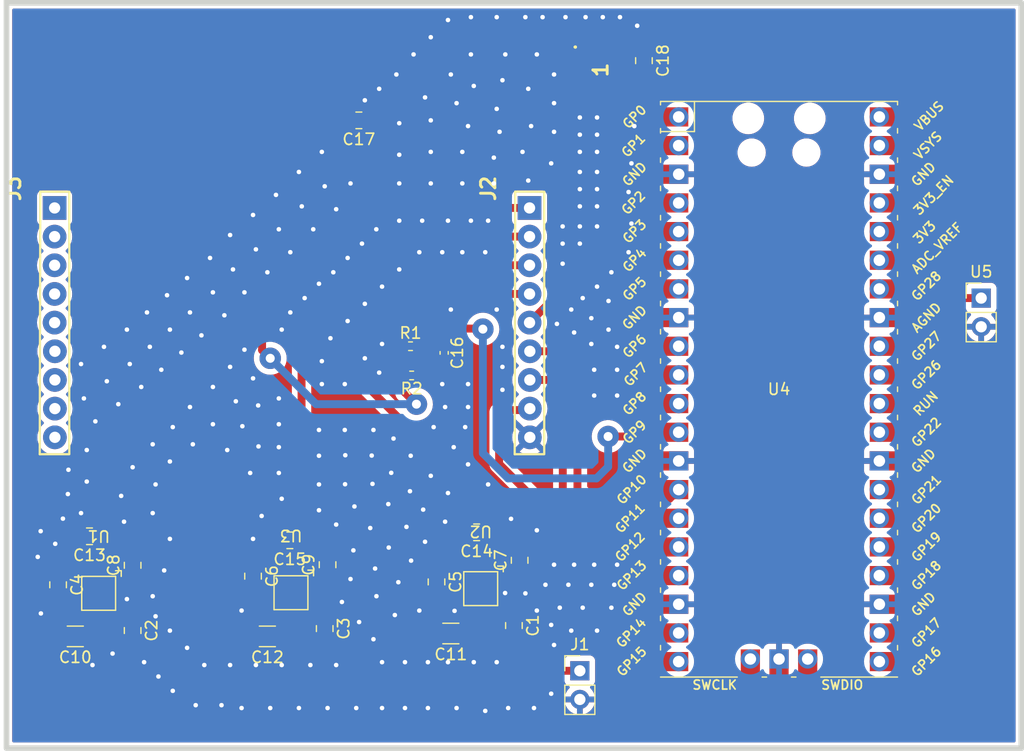
<source format=kicad_pcb>
(kicad_pcb (version 20211014) (generator pcbnew)
  (layers (0 "F.Cu" signal) (31 "B.Cu" signal) (34 "B.Paste" user) (35 "F.Paste" user) (36 "B.SilkS" user "B.Silkscreen") (37 "F.SilkS" user "F.Silkscreen") (38 "B.Mask" user) (39 "F.Mask" user) (44 "Edge.Cuts" user))
  (net 0 "")
  (net 1 "/6V")
  (net 2 "GND")
  (net 3 "Net-(C4-Pad1)")
  (net 4 "Net-(C5-Pad1)")
  (net 5 "Net-(C6-Pad1)")
  (net 6 "Net-(C7-Pad1)")
  (net 7 "Net-(C8-Pad1)")
  (net 8 "Net-(C9-Pad1)")
  (net 9 "Net-(C10-Pad1)")
  (net 10 "Net-(C11-Pad1)")
  (net 11 "Net-(C12-Pad1)")
  (net 12 "/3.3V_a")
  (net 13 "/5.0V")
  (net 14 "/3.3V_d")
  (net 15 "Net-(C16-Pad1)")
  (net 16 "/MUXOUT")
  (net 17 "/REFIN_A")
  (net 18 "/LE")
  (net 19 "/DATA")
  (net 20 "/CLK")
  (net 51 "Net-(U4-Pad34)")
  (footprint "Capacitor_SMD:C_0805_2012Metric_Pad1.18x1.45mm_HandSolder" (layer "F.Cu") (at 136.906 113.61 -90)
    (fp_text reference "C3")
    (fp_text value "10u")
  )
  (footprint "header_microwave:header_microwave" (layer "F.Cu") (at 155.08 76.34)
    (fp_text reference "J2")
    (fp_text value "Conn_01x09" hide)
  )
  (footprint "Capacitor_SMD:C_0805_2012Metric_Pad1.18x1.45mm_HandSolder" (layer "F.Cu") (at 137.16 107.95 90)
    (fp_text reference "C9")
    (fp_text value "10u")
  )
  (footprint "ADM7150:ADM7150" (layer "F.Cu") (at 150.7375 110.08175 180)
    (fp_text reference "U2")
    (fp_text value "ADM7150")
  )
  (footprint "Capacitor_SMD:C_0805_2012Metric_Pad1.18x1.45mm_HandSolder" (layer "F.Cu") (at 139.9325 68.58 180)
    (fp_text reference "C17")
    (fp_text value "10u")
  )
  (footprint "Resistor_SMD:R_0402_1005Metric_Pad0.72x0.64mm_HandSolder" (layer "F.Cu") (at 144.51 88.5925)
    (fp_text reference "R1")
    (fp_text value "1.3k")
  )
  (footprint "Capacitor_SMD:C_0805_2012Metric_Pad1.18x1.45mm_HandSolder" (layer "F.Cu") (at 154.178 107.56 90)
    (fp_text reference "C7")
    (fp_text value "10u")
  )
  (footprint "Capacitor_SMD:C_0805_2012Metric_Pad1.18x1.45mm_HandSolder" (layer "F.Cu") (at 133.8175 105.79 180)
    (fp_text reference "C15")
    (fp_text value "10u")
  )
  (footprint "header_microwave:header_microwave" (layer "F.Cu") (at 113 76.34)
    (fp_text reference "J3")
    (fp_text value "Conn_01x09" hide)
  )
  (footprint "Oscillatore_100MHz:SiT5157AIFK33N0100000000X" (layer "F.Cu") (at 161.36 64.11 -90)
    (fp_text reference "1")
    (fp_text value "SiT5157AI-FK-33N0-100.000000X" hide)
  )
  (footprint "Capacitor_SMD:C_0805_2012Metric_Pad1.18x1.45mm_HandSolder" (layer "F.Cu") (at 153.67 113.34 -90)
    (fp_text reference "C1")
    (fp_text value "10u")
  )
  (footprint "Capacitor_SMD:C_0805_2012Metric_Pad1.18x1.45mm_HandSolder" (layer "F.Cu") (at 146.812 109.474 -90)
    (fp_text reference "C5")
    (fp_text value "10u")
  )
  (footprint "Capacitor_SMD:C_0402_1005Metric_Pad0.74x0.62mm_HandSolder" (layer "F.Cu") (at 147.49 89.1825 -90)
    (fp_text reference "C16")
    (fp_text value "39n")
  )
  (footprint "Capacitor_SMD:C_1206_3216Metric_Pad1.33x1.80mm_HandSolder" (layer "F.Cu") (at 148.082 114.046 180)
    (fp_text reference "C11")
    (fp_text value "1u")
  )
  (footprint "Capacitor_SMD:C_0805_2012Metric_Pad1.18x1.45mm_HandSolder" (layer "F.Cu") (at 150.368 105.08 180)
    (fp_text reference "C14")
    (fp_text value "10u")
  )
  (footprint "Capacitor_SMD:C_0805_2012Metric_Pad1.18x1.45mm_HandSolder" (layer "F.Cu") (at 116.065 105.4325 180)
    (fp_text reference "C13")
    (fp_text value "10u")
  )
  (footprint "Capacitor_SMD:C_0805_2012Metric_Pad1.18x1.45mm_HandSolder" (layer "F.Cu") (at 119.888 113.7825 -90)
    (fp_text reference "C2")
    (fp_text value "10u")
  )
  (footprint "Resistor_SMD:R_0402_1005Metric_Pad0.72x0.64mm_HandSolder" (layer "F.Cu") (at 144.61 91.1825 180)
    (fp_text reference "R2")
    (fp_text value "10k")
  )
  (footprint "Capacitor_SMD:C_1206_3216Metric_Pad1.33x1.80mm_HandSolder" (layer "F.Cu") (at 114.808 114.3 180)
    (fp_text reference "C10")
    (fp_text value "1u")
  )
  (footprint "Capacitor_SMD:C_0805_2012Metric_Pad1.18x1.45mm_HandSolder" (layer "F.Cu") (at 165.19 63.29 -90)
    (fp_text reference "C18")
    (fp_text value "0.1u")
  )
  (footprint "ADM7150:ADM7150" (layer "F.Cu") (at 133.9275 110.44175 180)
    (fp_text reference "U3")
    (fp_text value "ADM7150")
  )
  (footprint "Capacitor_SMD:C_0805_2012Metric_Pad1.18x1.45mm_HandSolder" (layer "F.Cu") (at 113.284 109.728 -90)
    (fp_text reference "C4")
    (fp_text value "10u")
  )
  (footprint "Capacitor_SMD:C_0805_2012Metric_Pad1.18x1.45mm_HandSolder" (layer "F.Cu") (at 119.888 108.0025 90)
    (fp_text reference "C8")
    (fp_text value "10u")
  )
  (footprint "ADM7150:ADM7150" (layer "F.Cu") (at 116.8875 110.49425 180)
    (fp_text reference "U1")
    (fp_text value "ADM7150")
  )
  (footprint "Raspberry_Pi_Pico:RPi_Pico_SMD_TH" (layer "F.Cu") (at 177.16 92.405)
    (fp_text reference "U4")
    (fp_text value "Pico")
  )
  (footprint "Connector_PinHeader_2.54mm:PinHeader_1x02_P2.54mm_Vertical" (layer "F.Cu") (at 195.072 84.328)
    (fp_text reference "U5")
    (fp_text value "V_riv")
  )
  (footprint "Connector_PinHeader_2.54mm:PinHeader_1x02_P2.54mm_Vertical" (layer "F.Cu") (at 159.512 117.348)
    (fp_text reference "J1")
    (fp_text value "6V")
  )
  (footprint "Capacitor_SMD:C_0805_2012Metric_Pad1.18x1.45mm_HandSolder" (layer "F.Cu") (at 130.556 108.966 -90)
    (fp_text reference "C6")
    (fp_text value "10u")
  )
  (footprint "Capacitor_SMD:C_1206_3216Metric_Pad1.33x1.80mm_HandSolder" (layer "F.Cu") (at 131.826 114.3 180)
    (fp_text reference "C12")
    (fp_text value "1u")
  )
  (gr_rect (start 108.712 58.166) (end 198.628 124.206) (layer "Edge.Cuts") (width 0.5) (fill none))
  (segment (start 151.1475 111.7775) (end 151.1475 111.76) (width 0.7) (layer "F.Cu") (net 1))
  (segment (start 119.888 112.745) (end 118.35825 112.745) (width 0.7) (layer "F.Cu") (net 1))
  (segment (start 151.6725 112.3025) (end 151.1475 111.7775) (width 0.7) (layer "F.Cu") (net 1))
  (segment (start 118.35825 112.745) (end 117.5975 111.98425) (width 0.7) (layer "F.Cu") (net 1))
  (segment (start 125.762 118.619) (end 119.888 112.745) (width 0.7) (layer "F.Cu") (net 1))
  (segment (start 151.1475 111.76) (end 151.33575 111.57175) (width 0.7) (layer "F.Cu") (net 1))
  (segment (start 139.955 118.619) (end 154.939 118.619) (width 0.7) (layer "F.Cu") (net 1))
  (segment (start 135.27825 112.5725) (end 134.6375 111.93175) (width 0.7) (layer "F.Cu") (net 1))
  (segment (start 117.0975 111.98425) (end 117.5975 111.98425) (width 0.25) (layer "F.Cu") (net 1))
  (segment (start 150.9475 111.57175) (end 151.4475 111.57175) (width 0.25) (layer "F.Cu") (net 1))
  (segment (start 136.906 112.5725) (end 135.27825 112.5725) (width 0.7) (layer "F.Cu") (net 1))
  (segment (start 155.702 117.856) (end 155.702 117.348) (width 0.7) (layer "F.Cu") (net 1))
  (segment (start 154.939 118.619) (end 155.702 117.856) (width 0.7) (layer "F.Cu") (net 1))
  (segment (start 153.67 112.3025) (end 151.6725 112.3025) (width 0.7) (layer "F.Cu") (net 1))
  (segment (start 139.955 118.619) (end 125.762 118.619) (width 0.7) (layer "F.Cu") (net 1))
  (segment (start 155.702 117.348) (end 155.702 114.3345) (width 0.7) (layer "F.Cu") (net 1))
  (segment (start 159.512 117.348) (end 155.702 117.348) (width 0.7) (layer "F.Cu") (net 1))
  (segment (start 155.702 114.3345) (end 153.67 112.3025) (width 0.7) (layer "F.Cu") (net 1))
  (segment (start 151.33575 111.57175) (end 151.4475 111.57175) (width 0.7) (layer "F.Cu") (net 1))
  (segment (start 134.1375 111.93175) (end 134.6375 111.93175) (width 0.25) (layer "F.Cu") (net 1))
  (segment (start 139.955 118.619) (end 139.955 115.6215) (width 0.7) (layer "F.Cu") (net 1))
  (segment (start 139.955 115.6215) (end 136.906 112.5725) (width 0.7) (layer "F.Cu") (net 1))
  (segment (start 116.0975 108.98425) (end 116.0975 109.70425) (width 0.25) (layer "F.Cu") (net 2))
  (segment (start 149.9475 108.57175) (end 149.9475 109.29175) (width 0.25) (layer "F.Cu") (net 2))
  (segment (start 149.9475 109.29175) (end 150.6975 110.04175) (width 0.25) (layer "F.Cu") (net 2))
  (segment (start 116.0975 109.70425) (end 116.8475 110.45425) (width 0.25) (layer "F.Cu") (net 2))
  (segment (start 133.1375 108.93175) (end 133.1375 109.65175) (width 0.25) (layer "F.Cu") (net 2))
  (segment (start 133.1375 109.65175) (end 133.8875 110.40175) (width 0.25) (layer "F.Cu") (net 2))
  (segment (start 115.0275 105.4325) (end 115.1525 105.4325) (width 0.7) (layer "F.Cu") (net 2))
  (via (at 146.304 61.214) (size 0.8) (drill 0.4) (layers "F.Cu" "B.Cu") (net 2))
  (via (at 128.524 78.74) (size 0.8) (drill 0.4) (layers "F.Cu" "B.Cu") (net 2))
  (via (at 148.59 120.65) (size 0.8) (drill 0.4) (layers "F.Cu" "B.Cu") (net 2))
  (via (at 122.428 90.678) (size 0.8) (drill 0.4) (layers "F.Cu" "B.Cu") (net 2))
  (via (at 147.574 93.98) (size 0.8) (drill 0.4) (layers "F.Cu" "B.Cu") (net 2))
  (via (at 149.606 69.088) (size 0.8) (drill 0.4) (layers "F.Cu" "B.Cu") (net 2))
  (via (at 163.83 80.264) (size 0.8) (drill 0.4) (layers "F.Cu" "B.Cu") (net 2))
  (via (at 149.606 99.06) (size 0.8) (drill 0.4) (layers "F.Cu" "B.Cu") (net 2))
  (via (at 144.526 98.298) (size 0.8) (drill 0.4) (layers "F.Cu" "B.Cu") (net 2))
  (via (at 124.714 115.316) (size 0.8) (drill 0.4) (layers "F.Cu" "B.Cu") (net 2))
  (via (at 139.54 102.79) (size 0.8) (drill 0.4) (layers "F.Cu" "B.Cu") (net 2))
  (via (at 137.414 87.884) (size 0.8) (drill 0.4) (layers "F.Cu" "B.Cu") (net 2))
  (via (at 141.986 120.65) (size 0.8) (drill 0.4) (layers "F.Cu" "B.Cu") (net 2))
  (via (at 149.352 95.758) (size 0.8) (drill 0.4) (layers "F.Cu" "B.Cu") (net 2))
  (via (at 129.61 95.68) (size 0.8) (drill 0.4) (layers "F.Cu" "B.Cu") (net 2))
  (via (at 143.51 71.628) (size 0.8) (drill 0.4) (layers "F.Cu" "B.Cu") (net 2))
  (via (at 149.098 74.168) (size 0.8) (drill 0.4) (layers "F.Cu" "B.Cu") (net 2))
  (via (at 151.384 100.838) (size 0.8) (drill 0.4) (layers "F.Cu" "B.Cu") (net 2))
  (via (at 138.938 80.772) (size 0.8) (drill 0.4) (layers "F.Cu" "B.Cu") (net 2))
  (via (at 154.686 110.49) (size 0.8) (drill 0.4) (layers "F.Cu" "B.Cu") (net 2))
  (via (at 141.986 88.392) (size 0.8) (drill 0.4) (layers "F.Cu" "B.Cu") (net 2))
  (via (at 123.444 119.126) (size 0.8) (drill 0.4) (layers "F.Cu" "B.Cu") (net 2))
  (via (at 118.872 101.854) (size 0.8) (drill 0.4) (layers "F.Cu" "B.Cu") (net 2))
  (via (at 151.892 74.168) (size 0.8) (drill 0.4) (layers "F.Cu" "B.Cu") (net 2))
  (via (at 145.63 103.07) (size 0.8) (drill 0.4) (layers "F.Cu" "B.Cu") (net 2))
  (via (at 136.398 83.058) (size 0.8) (drill 0.4) (layers "F.Cu" "B.Cu") (net 2))
  (via (at 156.972 113.284) (size 0.8) (drill 0.4) (layers "F.Cu" "B.Cu") (net 2))
  (via (at 148.082 64.516) (size 0.8) (drill 0.4) (layers "F.Cu" "B.Cu") (net 2))
  (via (at 161.544 59.436) (size 0.8) (drill 0.4) (layers "F.Cu" "B.Cu") (net 2))
  (via (at 158.242 59.436) (size 0.8) (drill 0.4) (layers "F.Cu" "B.Cu") (net 2))
  (via (at 114.15 101.69) (size 0.8) (drill 0.4) (layers "F.Cu" "B.Cu") (net 2))
  (via (at 120.65 92.202) (size 0.8) (drill 0.4) (layers "F.Cu" "B.Cu") (net 2))
  (via (at 143.43 109.5) (size 0.8) (drill 0.4) (layers "F.Cu" "B.Cu") (net 2))
  (via (at 157.988 79.502) (size 0.8) (drill 0.4) (layers "F.Cu" "B.Cu") (net 2))
  (via (at 139.192 109.22) (size 0.8) (drill 0.4) (layers "F.Cu" "B.Cu") (net 2))
  (via (at 161.036 68.326) (size 0.8) (drill 0.4) (layers "F.Cu" "B.Cu") (net 2))
  (via (at 141.224 114.554) (size 0.8) (drill 0.4) (layers "F.Cu" "B.Cu") (net 2))
  (via (at 111.74 104.98) (size 0.8) (drill 0.4) (layers "F.Cu" "B.Cu") (net 2))
  (via (at 149.86 77.47) (size 0.8) (drill 0.4) (layers "F.Cu" "B.Cu") (net 2))
  (via (at 115.316 103.378) (size 0.8) (drill 0.4) (layers "F.Cu" "B.Cu") (net 2))
  (via (at 141.478 78.232) (size 0.8) (drill 0.4) (layers "F.Cu" "B.Cu") (net 2))
  (via (at 115.824 97.79) (size 0.8) (drill 0.4) (layers "F.Cu" "B.Cu") (net 2))
  (via (at 151.892 71.882) (size 0.8) (drill 0.4) (layers "F.Cu" "B.Cu") (net 2))
  (via (at 160.528 109.728) (size 0.8) (drill 0.4) (layers "F.Cu" "B.Cu") (net 2))
  (via (at 129.794 83.82) (size 0.8) (drill 0.4) (layers "F.Cu" "B.Cu") (net 2))
  (via (at 152.89 110.46) (size 0.8) (drill 0.4) (layers "F.Cu" "B.Cu") (net 2))
  (via (at 129.54 112.014) (size 0.8) (drill 0.4) (layers "F.Cu" "B.Cu") (net 2))
  (via (at 159.512 76.2) (size 0.8) (drill 0.4) (layers "F.Cu" "B.Cu") (net 2))
  (via (at 154.94 65.786) (size 0.8) (drill 0.4) (layers "F.Cu" "B.Cu") (net 2))
  (via (at 137.922 76.454) (size 0.8) (drill 0.4) (layers "F.Cu" "B.Cu") (net 2))
  (via (at 116.332 116.84) (size 0.8) (drill 0.4) (layers "F.Cu" "B.Cu") (net 2))
  (via (at 159.766 84.328) (size 0.8) (drill 0.4) (layers "F.Cu" "B.Cu") (net 2))
  (via (at 162.56 109.728) (size 0.8) (drill 0.4) (layers "F.Cu" "B.Cu") (net 2))
  (via (at 141.732 90.932) (size 0.8) (drill 0.4) (layers "F.Cu" "B.Cu") (net 2))
  (via (at 159.512 71.374) (size 0.8) (drill 0.4) (layers "F.Cu" "B.Cu") (net 2))
  (via (at 153.162 120.65) (size 0.8) (drill 0.4) (layers "F.Cu" "B.Cu") (net 2))
  (via (at 162.814 90.678) (size 0.8) (drill 0.4) (layers "F.Cu" "B.Cu") (net 2))
  (via (at 154.94 73.914) (size 0.8) (drill 0.4) (layers "F.Cu" "B.Cu") (net 2))
  (via (at 117.602 91.694) (size 0.8) (drill 0.4) (layers "F.Cu" "B.Cu") (net 2))
  (via (at 134.874 76.2) (size 0.8) (drill 0.4) (layers "F.Cu" "B.Cu") (net 2))
  (via (at 138.938 86.36) (size 0.8) (drill 0.4) (layers "F.Cu" "B.Cu") (net 2))
  (via (at 139.954 113.03) (size 0.8) (drill 0.4) (layers "F.Cu" "B.Cu") (net 2))
  (via (at 130.81 116.84) (size 0.8) (drill 0.4) (layers "F.Cu" "B.Cu") (net 2))
  (via (at 130.556 105.664) (size 0.8) (drill 0.4) (layers "F.Cu" "B.Cu") (net 2))
  (via (at 133.096 102.108) (size 0.8) (drill 0.4) (layers "F.Cu" "B.Cu") (net 2))
  (via (at 152.654 90.424) (size 0.8) (drill 0.4) (layers "F.Cu" "B.Cu") (net 2))
  (via (at 161.036 76.2) (size 0.8) (drill 0.4) (layers "F.Cu" "B.Cu") (net 2))
  (via (at 129.032 93.472) (size 0.8) (drill 0.4) (layers "F.Cu" "B.Cu") (net 2))
  (via (at 156.464 109.728) (size 0.8) (drill 0.4) (layers "F.Cu" "B.Cu") (net 2))
  (via (at 132.08 120.65) (size 0.8) (drill 0.4) (layers "F.Cu" "B.Cu") (net 2))
  (via (at 137.16 120.65) (size 0.8) (drill 0.4) (layers "F.Cu" "B.Cu") (net 2))
  (via (at 147.574 104.14) (size 0.8) (drill 0.4) (layers "F.Cu" "B.Cu") (net 2))
  (via (at 157.988 77.978) (size 0.8) (drill 0.4) (layers "F.Cu" "B.Cu") (net 2))
  (via (at 145.288 112.014) (size 0.8) (drill 0.4) (layers "F.Cu" "B.Cu") (net 2))
  (via (at 154.432 71.374) (size 0.8) (drill 0.4) (layers "F.Cu" "B.Cu") (net 2))
  (via (at 136.652 71.374) (size 0.8) (drill 0.4) (layers "F.Cu" "B.Cu") (net 2))
  (via (at 140.462 84.836) (size 0.8) (drill 0.4) (layers "F.Cu" "B.Cu") (net 2))
  (via (at 131.04 97.47) (size 0.8) (drill 0.4) (layers "F.Cu" "B.Cu") (net 2))
  (via (at 140.462 89.662) (size 0.8) (drill 0.4) (layers "F.Cu" "B.Cu") (net 2))
  (via (at 159.004 87.376) (size 0.8) (drill 0.4) (layers "F.Cu" "B.Cu") (net 2))
  (via (at 143.12 112.41) (size 0.8) (drill 0.4) (layers "F.Cu" "B.Cu") (net 2))
  (via (at 141.14 100.79) (size 0.8) (drill 0.4) (layers "F.Cu" "B.Cu") (net 2))
  (via (at 137.922 116.84) (size 0.8) (drill 0.4) (layers "F.Cu" "B.Cu") (net 2))
  (via (at 161.036 77.978) (size 0.8) (drill 0.4) (layers "F.Cu" "B.Cu") (net 2))
  (via (at 115.57 93.218) (size 0.8) (drill 0.4) (layers "F.Cu" "B.Cu") (net 2))
  (via (at 128.524 116.84) (size 0.8) (drill 0.4) (layers "F.Cu" "B.Cu") (net 2))
  (via (at 130.556 91.44) (size 0.8) (drill 0.4) (layers "F.Cu" "B.Cu") (net 2))
  (via (at 159.004 107.95) (size 0.8) (drill 0.4) (layers "F.Cu" "B.Cu") (net 2))
  (via (at 123.19 105.664) (size 0.8) (drill 0.4) (layers "F.Cu" "B.Cu") (net 2))
  (via (at 161.036 73.152) (size 0.8) (drill 0.4) (layers "F.Cu" "B.Cu") (net 2))
  (via (at 160.528 88.392) (size 0.8) (drill 0.4) (layers "F.Cu" "B.Cu") (net 2))
  (via (at 146.05 116.586) (size 0.8) (drill 0.4) (layers "F.Cu" "B.Cu") (net 2))
  (via (at 141.224 96.012) (size 0.8) (drill 0.4) (layers "F.Cu" "B.Cu") (net 2))
  (via (at 132.842 97.536) (size 0.8) (drill 0.4) (layers "F.Cu" "B.Cu") (net 2))
  (via (at 143.51 74.168) (size 0.8) (drill 0.4) (layers "F.Cu" "B.Cu") (net 2))
  (via (at 161.036 71.374) (size 0.8) (drill 0.4) (layers "F.Cu" "B.Cu") (net 2))
  (via (at 138.71 100.82) (size 0.8) (drill 0.4) (layers "F.Cu" "B.Cu") (net 2))
  (via (at 144.018 116.586) (size 0.8) (drill 0.4) (layers "F.Cu" "B.Cu") (net 2))
  (via (at 140.208 79.502) (size 0.8) (drill 0.4) (layers "F.Cu" "B.Cu") (net 2))
  (via (at 120.904 116.586) (size 0.8) (drill 0.4) (layers "F.Cu" "B.Cu") (net 2))
  (via (at 126.746 80.772) (size 0.8) (drill 0.4) (layers "F.Cu" "B.Cu") (net 2))
  (via (at 152.146 67.564) (size 0.8) (drill 0.4) (layers "F.Cu" "B.Cu") (net 2))
  (via (at 124.968 85.598) (size 0.8) (drill 0.4) (layers "F.Cu" "B.Cu") (net 2))
  (via (at 138.73 98.25) (size 0.8) (drill 0.4) (layers "F.Cu" "B.Cu") (net 2))
  (via (at 141.37 108.29) (size 0.8) (drill 0.4) (layers "F.Cu" "B.Cu") (net 2))
  (via (at 149.86 59.436) (size 0.8) (drill 0.4) (layers "F.Cu" "B.Cu") (net 2))
  (via (at 163.068 59.436) (size 0.8) (drill 0.4) (layers "F.Cu" "B.Cu") (net 2))
  (via (at 143.002 96.774) (size 0.8) (drill 0.4) (layers "F.Cu" "B.Cu") (net 2))
  (via (at 164.338 69.088) (size 0.8) (drill 0.4) (layers "F.Cu" "B.Cu") (net 2))
  (via (at 147.828 101.6) (size 0.8) (drill 0.4) (layers "F.Cu" "B.Cu") (net 2))
  (via (at 147.828 59.69) (size 0.8) (drill 0.4) (layers "F.Cu" "B.Cu") (net 2))
  (via (at 138.684 96.012) (size 0.8) (drill 0.4) (layers "F.Cu" "B.Cu") (net 2))
  (via (at 161.036 113.792) (size 0.8) (drill 0.4) (layers "F.Cu" "B.Cu") (net 2))
  (via (at 129.794 88.9) (size 0.8) (drill 0.4) (layers "F.Cu" "B.Cu") (net 2))
  (via (at 133.096 87.122) (size 0.8) (drill 0.4) (layers "F.Cu" "B.Cu") (net 2))
  (via (at 158.75 113.792) (size 0.8) (drill 0.4) (layers "F.Cu" "B.Cu") (net 2))
  (via (at 145.288 80.264) (size 0.8) (drill 0.4) (layers "F.Cu" "B.Cu") (net 2))
  (via (at 132.842 95.504) (size 0.8) (drill 0.4) (layers "F.Cu" "B.Cu") (net 2))
  (via (at 125.984 87.63) (size 0.8) (drill 0.4) (layers "F.Cu" "B.Cu") (net 2))
  (via (at 160.782 107.95) (size 0.8) (drill 0.4) (layers "F.Cu" "B.Cu") (net 2))
  (via (at 121.666 97.282) (size 0.8) (drill 0.4) (layers "F.Cu" "B.Cu") (net 2))
  (via (at 138.684 91.948) (size 0.8) (drill 0.4) (layers "F.Cu" "B.Cu") (net 2))
  (via (at 148.41 112.04) (size 0.8) (drill 0.4) (layers "F.Cu" "B.Cu") (net 2))
  (via (at 141.07 98.28) (size 0.8) (drill 0.4) (layers "F.Cu" "B.Cu") (net 2))
  (via (at 159.512 74.676) (size 0.8) (drill 0.4) (layers "F.Cu" "B.Cu") (net 2))
  (via (at 122.174 117.856) (size 0.8) (drill 0.4) (layers "F.Cu" "B.Cu") (net 2))
  (via (at 136.398 100.838) (size 0.8) (drill 0.4) (layers "F.Cu" "B.Cu") (net 2))
  (via (at 114.2 99.54) (size 0.8) (drill 0.4) (layers "F.Cu" "B.Cu") (net 2))
  (via (at 123.19 87.122) (size 0.8) (drill 0.4) (layers "F.Cu" "B.Cu") (net 2))
  (via (at 118.11 115.824) (size 0.8) (drill 0.4) (layers "F.Cu" "B.Cu") (net 2))
  (via (at 159.512 69.85) (size 0.8) (drill 0.4) (layers "F.Cu" "B.Cu") (net 2))
  (via (at 152.654 92.456) (size 0.8) (drill 0.4) (layers "F.Cu" "B.Cu") (net 2))
  (via (at 146.304 100.076) (size 0.8) (drill 0.4) (layers "F.Cu" "B.Cu") (net 2))
  (via (at 123.19 98.806) (size 0.8) (drill 0.4) (layers "F.Cu" "B.Cu") (net 2))
  (via (at 152.146 116.586) (size 0.8) (drill 0.4) (layers "F.Cu" "B.Cu") (net 2))
  (via (at 157.226 107.95) (size 0.8) (drill 0.4) (layers "F.Cu" "B.Cu") (net 2))
  (via (at 134.62 120.65) (size 0.8) (drill 0.4) (layers "F.Cu" "B.Cu") (net 2))
  (via (at 150.114 116.586) (size 0.8) (drill 0.4) (layers "F.Cu" "B.Cu") (net 2))
  (via (at 136.652 91.948) (size 0.8) (drill 0.4) (layers "F.Cu" "B.Cu") (net 2))
  (via (at 151.13 120.904) (size 0.8) (drill 0.4) (layers "F.Cu" "B.Cu") (net 2))
  (via (at 156.972 119.38) (size 0.8) (drill 0.4) (layers "F.Cu" "B.Cu") (net 2))
  (via (at 119.38 87.122) (size 0.8) (drill 0.4) (layers "F.Cu" "B.Cu") (net 2))
  (via (at 161.036 69.85) (size 0.8) (drill 0.4) (layers "F.Cu" "B.Cu") (net 2))
  (via (at 159.766 111.76) (size 0.8) (drill 0.4) (layers "F.Cu" "B.Cu") (net 2))
  (via (at 131.318 103.632) (size 0.8) (drill 0.4) (layers "F.Cu" "B.Cu") (net 2))
  (via (at 128.016 85.852) (size 0.8) (drill 0.4) (layers "F.Cu" "B.Cu") (net 2))
  (via (at 122.682 108.458) (size 0.8) (drill 0.4) (layers "F.Cu" "B.Cu") (net 2))
  (via (at 157.226 67.056) (size 0.8) (drill 0.4) (layers "F.Cu" "B.Cu") (net 2))
  (via (at 159.512 73.152) (size 0.8) (drill 0.4) (layers "F.Cu" "B.Cu") (net 2))
  (via (at 136.398 96.012) (size 0.8) (drill 0.4) (layers "F.Cu" "B.Cu") (net 2))
  (via (at 116.586 95.25) (size 0.8) (drill 0.4) (layers "F.Cu" "B.Cu") (net 2))
  (via (at 144.56 107.59) (size 0.8) (drill 0.4) (layers "F.Cu" "B.Cu") (net 2))
  (via (at 162.814 92.964) (size 0.8) (drill 0.4) (layers "F.Cu" "B.Cu") (net 2))
  (via (at 142.8 99.81) (size 0.8) (drill 0.4) (layers "F.Cu" "B.Cu") (net 2))
  (via (at 157.226 115.062) (size 0.8) (drill 0.4) (layers "F.Cu" "B.Cu") (net 2))
  (via (at 128.524 90.424) (size 0.8) (drill 0.4) (layers "F.Cu" "B.Cu") (net 2))
  (via (at 140.462 66.802) (size 0.8) (drill 0.4) (layers "F.Cu" "B.Cu") (net 2))
  (via (at 115.316 90.17) (size 0.8) (drill 0.4) (layers "F.Cu" "B.Cu") (net 2))
  (via (at 119.888 99.314) (size 0.8) (drill 0.4) (layers "F.Cu" "B.Cu") (net 2))
  (via (at 129.54 120.65) (size 0.8) (drill 0.4) (layers "F.Cu" "B.Cu") (net 2))
  (via (at 148.082 85.344) (size 0.8) (drill 0.4) (layers "F.Cu" "B.Cu") (net 2))
  (via (at 121.92 100.838) (size 0.8) (drill 0.4) (layers "F.Cu" "B.Cu") (net 2))
  (via (at 132.842 93.218) (size 0.8) (drill 0.4) (layers "F.Cu" "B.Cu") (net 2))
  (via (at 144.15 104.6) (size 0.8) (drill 0.4) (layers "F.Cu" "B.Cu") (net 2))
  (via (at 140.94 104.7) (size 0.8) (drill 0.4) (layers "F.Cu" "B.Cu") (net 2))
  (via (at 146.558 95.758) (size 0.8) (drill 0.4) (layers "F.Cu" "B.Cu") (net 2))
  (via (at 138.43 111.252) (size 0.8) (drill 0.4) (layers "F.Cu" "B.Cu") (net 2))
  (via (at 124.968 93.98) (size 0.8) (drill 0.4) (layers "F.Cu" "B.Cu") (net 2))
  (via (at 150.114 65.532) (size 0.8) (drill 0.4) (layers "F.Cu" "B.Cu") (net 2))
  (via (at 156.21 59.436) (size 0.8) (drill 0.4) (layers "F.Cu" "B.Cu") (net 2))
  (via (at 130.302 99.822) (size 0.8) (drill 0.4) (layers "F.Cu" "B.Cu") (net 2))
  (via (at 127 92.202) (size 0.8) (drill 0.4) (layers "F.Cu" "B.Cu") (net 2))
  (via (at 142.58 106.43) (size 0.8) (drill 0.4) (layers "F.Cu" "B.Cu") (net 2))
  (via (at 157.988 81.28) (size 0.8) (drill 0.4) (layers "F.Cu" "B.Cu") (net 2))
  (via (at 141.986 116.586) (size 0.8) (drill 0.4) (layers "F.Cu" "B.Cu") (net 2))
  (via (at 149.86 62.738) (size 0.8) (drill 0.4) (layers "F.Cu" "B.Cu") (net 2))
  (via (at 135.636 116.84) (size 0.8) (drill 0.4) (layers "F.Cu" "B.Cu") (net 2))
  (via (at 119.126 104.14) (size 0.8) (drill 0.4) (layers "F.Cu" "B.Cu") (net 2))
  (via (at 133.858 80.264) (size 0.8) (drill 0.4) (layers "F.Cu" "B.Cu") (net 2))
  (via (at 156.972 72.39) (size 0.8) (drill 0.4) (layers "F.Cu" "B.Cu") (net 2))
  (via (at 148.59 67.056) (size 0.8) (drill 0.4) (layers "F.Cu" "B.Cu") (net 2))
  (via (at 146.304 71.374) (size 0.8) (drill 0.4) (layers "F.Cu" "B.Cu") (net 2))
  (via (at 127 83.82) (size 0.8) (drill 0.4) (layers "F.Cu" "B.Cu") (net 2))
  (via (at 111.76 112.268) (size 0.8) (drill 0.4) (layers "F.Cu" "B.Cu") (net 2))
  (via (at 162.052 84.582) (size 0.8) (drill 0.4) (layers "F.Cu" "B.Cu") (net 2))
  (via (at 136.652 89.916) (size 0.8) (drill 0.4) (layers "F.Cu" "B.Cu") (net 2))
  (via (at 155.448 120.65) (size 0.8) (drill 0.4) (layers "F.Cu" "B.Cu") (net 2))
  (via (at 121.666 103.378) (size 0.8) (drill 0.4) (layers "F.Cu" "B.Cu") (net 2))
  (via (at 124.714 82.55) (size 0.8) (drill 0.4) (layers "F.Cu" "B.Cu") (net 2))
  (via (at 152.654 65.024) (size 0.8) (drill 0.4) (layers "F.Cu" "B.Cu") (net 2))
  (via (at 127 95.504) (size 0.8) (drill 0.4) (layers "F.Cu" "B.Cu") (net 2))
  (via (at 131.01 93.84) (size 0.8) (drill 0.4) (layers "F.Cu" "B.Cu") (net 2))
  (via (at 126.238 116.84) (size 0.8) (drill 0.4) (layers "F.Cu" "B.Cu") (net 2))
  (via (at 149.098 71.374) (size 0.8) (drill 0.4) (layers "F.Cu" "B.Cu") (net 2))
  (via (at 130.81 80.01) (size 0.8) (drill 0.4) (layers "F.Cu" "B.Cu") (net 2))
  (via (at 133.858 85.598) (size 0.8) (drill 0.4) (layers "F.Cu" "B.Cu") (net 2))
  (via (at 149.606 93.98) (size 0.8) (drill 0.4) (layers "F.Cu" "B.Cu") (net 2))
  (via (at 145.796 105.918) (size 0.8) (drill 0.4) (layers "F.Cu" "B.Cu") (net 2))
  (via (at 144.78 62.738) (size 0.8) (drill 0.4) (layers "F.Cu" "B.Cu") (net 2))
  (via (at 118.618 93.726) (size 0.8) (drill 0.4) (layers "F.Cu" "B.Cu") (net 2))
  (via (at 121.666 110.744) (size 0.8) (drill 0.4) (layers "F.Cu" "B.Cu") (net 2))
  (via (at 113.71 103.87) (size 0.8) (drill 0.4) (layers "F.Cu" "B.Cu") (net 2))
  (via (at 139.192 74.168) (size 0.8) (drill 0.4) (layers "F.Cu" "B.Cu") (net 2))
  (via (at 157.226 64.516) (size 0.8) (drill 0.4) (layers "F.Cu" "B.Cu") (net 2))
  (via (at 164.084 77.724) (size 0.8) (drill 0.4) (layers "F.Cu" "B.Cu") (net 2))
  (via (at 155.702 62.738) (size 0.8) (drill 0.4) (layers "F.Cu" "B.Cu") (net 2))
  (via (at 158.496 109.728) (size 0.8) (drill 0.4) (layers "F.Cu" "B.Cu") (net 2))
  (via (at 123.444 95.758) (size 0.8) (drill 0.4) (layers "F.Cu" "B.Cu") (net 2))
  (via (at 162.052 87.122) (size 0.8) (drill 0.4) (layers "F.Cu" "B.Cu") (net 2))
  (via (at 160.02 59.436) (size 0.8) (drill 0.4) (layers "F.Cu" "B.Cu") (net 2))
  (via (at 151.13 80.264) (size 0.8) (drill 0.4) (layers "F.Cu" "B.Cu") (net 2))
  (via (at 132.842 78.232) (size 0.8) (drill 0.4) (layers "F.Cu" "B.Cu") (net 2))
  (via (at 152.146 59.436) (size 0.8) (drill 0.4) (layers "F.Cu" "B.Cu") (net 2))
  (via (at 145.796 66.548) (size 0.8) (drill 0.4) (layers "F.Cu" "B.Cu") (net 2))
  (via (at 117.348 88.646) (size 0.8) (drill 0.4) (layers "F.Cu" "B.Cu") (net 2))
  (via (at 135.128 84.328) (size 0.8) (drill 0.4) (layers "F.Cu" "B.Cu") (net 2))
  (via (at 143.256 64.516) (size 0.8) (drill 0.4) (layers "F.Cu" "B.Cu") (net 2))
  (via (at 132.842 99.822) (size 0.8) (drill 0.4) (layers "F.Cu" "B.Cu") (net 2))
  (via (at 119.38 110.998) (size 0.8) (drill 0.4) (layers "F.Cu" "B.Cu") (net 2))
  (via (at 157.48 86.614) (size 0.8) (drill 0.4) (layers "F.Cu" "B.Cu") (net 2))
  (via (at 136.398 103.124) (size 0.8) (drill 0.4) (layers "F.Cu" "B.Cu") (net 2))
  (via (at 161.036 74.676) (size 0.8) (drill 0.4) (layers "F.Cu" "B.Cu") (net 2))
  (via (at 121.158 85.598) (size 0.8) (drill 0.4) (layers "F.Cu" "B.Cu") (net 2))
  (via (at 159.512 77.978) (size 0.8) (drill 0.4) (layers "F.Cu" "B.Cu") (net 2))
  (via (at 125.476 120.396) (size 0.8) (drill 0.4) (layers "F.Cu" "B.Cu") (net 2))
  (via (at 143.51 77.47) (size 0.8) (drill 0.4) (layers "F.Cu" "B.Cu") (net 2))
  (via (at 149.606 91.948) (size 0.8) (drill 0.4) (layers "F.Cu" "B.Cu") (net 2))
  (via (at 155.194 69.088) (size 0.8) (drill 0.4) (layers "F.Cu" "B.Cu") (net 2))
  (via (at 135.89 78.232) (size 0.8) (drill 0.4) (layers "F.Cu" "B.Cu") (net 2))
  (via (at 137.922 104.394) (size 0.8) (drill 0.4) (layers "F.Cu" "B.Cu") (net 2))
  (via (at 160.528 86.106) (size 0.8) (drill 0.4) (layers "F.Cu" "B.Cu") (net 2))
  (via (at 155.702 112.014) (size 0.8) (drill 0.4) (layers "F.Cu" "B.Cu") (net 2))
  (via (at 146.304 68.58) (size 0.8) (drill 0.4) (layers "F.Cu" "B.Cu") (net 2))
  (via (at 113.03 106.1) (size 0.8) (drill 0.4) (layers "F.Cu" "B.Cu") (net 2))
  (via (at 164.084 72.39) (size 0.8) (drill 0.4) (layers "F.Cu" "B.Cu") (net 2))
  (via (at 163.83 74.93) (size 0.8) (drill 0.4) (layers "F.Cu" "B.Cu") (net 2))
  (via (at 121.412 88.646) (size 0.8) (drill 0.4) (layers "F.Cu" "B.Cu") (net 2))
  (via (at 149.098 80.264) (size 0.8) (drill 0.4) (layers "F.Cu" "B.Cu") (net 2))
  (via (at 154.686 59.436) (size 0.8) (drill 0.4) (layers "F.Cu" "B.Cu") (net 2))
  (via (at 136.906 74.422) (size 0.8) (drill 0.4) (layers "F.Cu" "B.Cu") (net 2))
  (via (at 159.512 79.502) (size 0.8) (drill 0.4) (layers "F.Cu" "B.Cu") (net 2))
  (via (at 128.27 97.79) (size 0.8) (drill 0.4) (layers "F.Cu" "B.Cu") (net 2))
  (via (at 144.46 101.44) (size 0.8) (drill 0.4) (layers "F.Cu" "B.Cu") (net 2))
  (via (at 161.036 83.312) (size 0.8) (drill 0.4) (layers "F.Cu" "B.Cu") (net 2))
  (via (at 143.51 68.834) (size 0.8) (drill 0.4) (layers "F.Cu" "B.Cu") (net 2))
  (via (at 146.05 120.65) (size 0.8) (drill 0.4) (layers "F.Cu" "B.Cu") (net 2))
  (via (at 137.668 82.042) (size 0.8) (drill 0.4) (layers "F.Cu" "B.Cu") (net 2))
  (via (at 152.146 85.344) (size 0.8) (drill 0.4) (layers "F.Cu" "B.Cu") (net 2))
  (via (at 141.986 83.312) (size 0.8) (drill 0.4) (layers "F.Cu" "B.Cu") (net 2))
  (via (at 145.542 77.47) (size 0.8) (drill 0.4) (layers "F.Cu" "B.Cu") (net 2))
  (via (at 157.226 69.596) (size 0.8) (drill 0.4) (layers "F.Cu" "B.Cu") (net 2))
  (via (at 162.306 82.042) (size 0.8) (drill 0.4) (layers "F.Cu" "B.Cu") (net 2))
  (via (at 160.782 92.964) (size 0.8) (drill 0.4) (layers "F.Cu" "B.Cu") (net 2))
  (via (at 147.828 116.586) (size 0.8) (drill 0.4) (layers "F.Cu" "B.Cu") (net 2))
  (via (at 134.62 73.152) (size 0.8) (drill 0.4) (layers "F.Cu" "B.Cu") (net 2))
  (via (at 121.92 112.522) (size 0.8) (drill 0.4) (layers "F.Cu" "B.Cu") (net 2))
  (via (at 122.936 84.074) (size 0.8) (drill 0.4) (layers "F.Cu" "B.Cu") (net 2))
  (via (at 146.304 74.168) (size 0.8) (drill 0.4) (layers "F.Cu" "B.Cu") (net 2))
  (via (at 143.51 81.788) (size 0.8) (drill 0.4) (layers "F.Cu" "B.Cu") (net 2))
  (via (at 127.762 120.396) (size 0.8) (drill 0.4) (layers "F.Cu" "B.Cu") (net 2))
  (via (at 164.592 60.198) (size 0.8) (drill 0.4) (layers "F.Cu" "B.Cu") (net 2))
  (via (at 147.32 80.264) (size 0.8) (drill 0.4) (layers "F.Cu" "B.Cu") (net 2))
  (via (at 119.634 90.17) (size 0.8) (drill 0.4) (layers "F.Cu" "B.Cu") (net 2))
  (via (at 153.416 103.886) (size 0.8) (drill 0.4) (layers "F.Cu" "B.Cu") (net 2))
  (via (at 152.4 69.596) (size 0.8) (drill 0.4) (layers "F.Cu" "B.Cu") (net 2))
  (via (at 123.19 113.792) (size 0.8) (drill 0.4) (layers "F.Cu" "B.Cu") (net 2))
  (via (at 124.206 89.154) (size 0.8) (drill 0.4) (layers "F.Cu" "B.Cu") (net 2))
  (via (at 136.398 98.298) (size 0.8) (drill 0.4) (layers "F.Cu" "B.Cu") (net 2))
  (via (at 144.018 120.65) (size 0.8) (drill 0.4) (layers "F.Cu" "B.Cu") (net 2))
  (via (at 131.826 82.042) (size 0.8) (drill 0.4) (layers "F.Cu" "B.Cu") (net 2))
  (via (at 158.75 85.344) (size 0.8) (drill 0.4) (layers "F.Cu" "B.Cu") (net 2))
  (via (at 141.732 65.786) (size 0.8) (drill 0.4) (layers "F.Cu" "B.Cu") (net 2))
  (via (at 152.654 88.646) (size 0.8) (drill 0.4) (layers "F.Cu" "B.Cu") (net 2))
  (via (at 139.446 106.68) (size 0.8) (drill 0.4) (layers "F.Cu" "B.Cu") (net 2))
  (via (at 125.222 97.282) (size 0.8) (drill 0.4) (layers "F.Cu" "B.Cu") (net 2))
  (via (at 128.778 81.788) (size 0.8) (drill 0.4) (layers "F.Cu" "B.Cu") (net 2))
  (via (at 147.828 77.47) (size 0.8) (drill 0.4) (layers "F.Cu" "B.Cu") (net 2))
  (via (at 139.7 120.65) (size 0.8) (drill 0.4) (layers "F.Cu" "B.Cu") (net 2))
  (via (at 157.734 111.76) (size 0.8) (drill 0.4) (layers "F.Cu" "B.Cu") (net 2))
  (via (at 152.908 62.738) (size 0.8) (drill 0.4) (layers "F.Cu" "B.Cu") (net 2))
  (via (at 142.54 102.58) (size 0.8) (drill 0.4) (layers "F.Cu" "B.Cu") (net 2))
  (via (at 147.32 91.948) (size 0.8) (drill 0.4) (layers "F.Cu" "B.Cu") (net 2))
  (via (at 141.49 110.74) (size 0.8) (drill 0.4) (layers "F.Cu" "B.Cu") (net 2))
  (via (at 132.588 75.184) (size 0.8) (drill 0.4) (layers "F.Cu" "B.Cu") (net 2))
  (via (at 159.512 68.326) (size 0.8) (drill 0.4) (layers "F.Cu" "B.Cu") (net 2))
  (via (at 162.306 111.76) (size 0.8) (drill 0.4) (layers "F.Cu" "B.Cu") (net 2))
  (via (at 133.096 116.84) (size 0.8) (drill 0.4) (layers "F.Cu" "B.Cu") (net 2))
  (via (at 115.824 100.584) (size 0.8) (drill 0.4) (layers "F.Cu" "B.Cu") (net 2))
  (via (at 162.814 107.95) (size 0.8) (drill 0.4) (layers "F.Cu" "B.Cu") (net 2))
  (via (at 111.48 107.26) (size 0.8) (drill 0.4) (layers "F.Cu" "B.Cu") (net 2))
  (via (at 162.814 88.646) (size 0.8) (drill 0.4) (layers "F.Cu" "B.Cu") (net 2))
  (via (at 130.556 76.962) (size 0.8) (drill 0.4) (layers "F.Cu" "B.Cu") (net 2))
  (via (at 155.702 104.902) (size 0.8) (drill 0.4) (layers "F.Cu" "B.Cu") (net 2))
  (via (at 151.384 77.47) (size 0.8) (drill 0.4) (layers "F.Cu" "B.Cu") (net 2))
  (via (at 160.782 90.678) (size 0.8) (drill 0.4) (layers "F.Cu" "B.Cu") (net 2))
  (via (at 148.336 97.536) (size 0.8) (drill 0.4) (layers "F.Cu" "B.Cu") (net 2))
  (segment (start 116.346972 108.15925) (end 116.23 108.15925) (width 0.25) (layer "F.Cu") (net 3))
  (segment (start 116.5125 108.21925) (end 116.406972 108.21925) (width 0.25) (layer "F.Cu") (net 3))
  (segment (start 113.284 108.6905) (end 114.04025 107.93425) (width 0.7) (layer "F.Cu") (net 3))
  (segment (start 116.5975 108.98425) (end 116.5975 108.30425) (width 0.25) (layer "F.Cu") (net 3))
  (segment (start 116.5975 108.30425) (end 116.5125 108.21925) (width 0.25) (layer "F.Cu") (net 3))
  (segment (start 114.04025 107.93425) (end 116.23 107.93425) (width 0.7) (layer "F.Cu") (net 3))
  (segment (start 116.5975 108.545) (end 116.5725 108.52) (width 0.25) (layer "F.Cu") (net 3))
  (segment (start 116.406972 108.21925) (end 116.346972 108.15925) (width 0.25) (layer "F.Cu") (net 3))
  (segment (start 116.5975 108.98425) (end 116.5975 108.545) (width 0.25) (layer "F.Cu") (net 3))
  (segment (start 147.066 107.188) (end 149.97425 107.188) (width 0.7) (layer "F.Cu") (net 4))
  (segment (start 146.812 108.4365) (end 146.812 107.442) (width 0.7) (layer "F.Cu") (net 4))
  (segment (start 150.4475 108.57175) (end 150.4475 107.66125) (width 0.25) (layer "F.Cu") (net 4))
  (segment (start 150.4475 107.66125) (end 150.368 107.58175) (width 0.25) (layer "F.Cu") (net 4))
  (segment (start 146.812 107.442) (end 147.066 107.188) (width 0.7) (layer "F.Cu") (net 4))
  (segment (start 149.97425 107.188) (end 150.368 107.58175) (width 0.7) (layer "F.Cu") (net 4))
  (segment (start 130.556 107.9285) (end 130.60275 107.88175) (width 0.7) (layer "F.Cu") (net 5))
  (segment (start 133.6375 108.289) (end 133.5525 108.204) (width 0.25) (layer "F.Cu") (net 5))
  (segment (start 133.5525 108.204) (end 133.484222 108.204) (width 0.25) (layer "F.Cu") (net 5))
  (segment (start 130.60275 107.88175) (end 133.30017 107.88175) (width 0.7) (layer "F.Cu") (net 5))
  (segment (start 133.6375 108.93175) (end 133.6375 108.289) (width 0.25) (layer "F.Cu") (net 5))
  (segment (start 133.484222 108.204) (end 133.417111 108.136889) (width 0.25) (layer "F.Cu") (net 5))
  (segment (start 151.77825 108.57175) (end 151.892 108.458) (width 0.25) (layer "F.Cu") (net 6))
  (segment (start 154.178 108.5975) (end 151.804 108.5975) (width 0.7) (layer "F.Cu") (net 6))
  (segment (start 151.4475 108.57175) (end 151.77825 108.57175) (width 0.25) (layer "F.Cu") (net 6))
  (segment (start 151.804 108.5975) (end 151.77825 108.57175) (width 0.7) (layer "F.Cu") (net 6))
  (segment (start 117.89 108.97) (end 117.7975 108.97) (width 0.7) (layer "F.Cu") (net 7))
  (segment (start 119.888 109.04) (end 117.96 109.04) (width 0.7) (layer "F.Cu") (net 7))
  (segment (start 117.96 109.04) (end 117.89 108.97) (width 0.7) (layer "F.Cu") (net 7))
  (segment (start 117.7975 108.97) (end 117.7975 108.98425) (width 0.7) (layer "F.Cu") (net 7))
  (segment (start 137.16 108.9875) (end 134.8375 108.9875) (width 0.7) (layer "F.Cu") (net 8))
  (segment (start 134.8375 108.9875) (end 134.8375 108.93175) (width 0.7) (layer "F.Cu") (net 8))
  (segment (start 116.5975 111.98425) (end 116.0975 111.98425) (width 0.25) (layer "F.Cu") (net 9))
  (segment (start 116.0975 114.027) (end 116.0975 111.98425) (width 0.7) (layer "F.Cu") (net 9))
  (segment (start 116.3705 114.3) (end 116.0975 114.027) (width 0.7) (layer "F.Cu") (net 9))
  (segment (start 150.2475 113.443) (end 150.2475 111.57175) (width 0.7) (layer "F.Cu") (net 10))
  (segment (start 149.9475 111.57175) (end 150.4475 111.57175) (width 0.25) (layer "F.Cu") (net 10))
  (segment (start 149.6445 114.046) (end 150.2475 113.443) (width 0.7) (layer "F.Cu") (net 10))
  (segment (start 133.43225 111.93175) (end 133.6375 111.93175) (width 0.25) (layer "F.Cu") (net 11))
  (segment (start 133.3885 112.0525) (end 133.35 112.014) (width 0.7) (layer "F.Cu") (net 11))
  (segment (start 133.35 112.014) (end 133.43225 111.93175) (width 0.7) (layer "F.Cu") (net 11))
  (segment (start 133.3885 114.3) (end 133.3885 112.0525) (width 0.7) (layer "F.Cu") (net 11))
  (segment (start 133.1375 111.93175) (end 133.43225 111.93175) (width 0.25) (layer "F.Cu") (net 11))
  (segment (start 133.5975 82.8925) (end 133.395 83.095) (width 0.7) (layer "F.Cu") (net 12))
  (segment (start 148.59 60.96) (end 140.97 68.58) (width 0.7) (layer "F.Cu") (net 12))
  (segment (start 165.0225 62.085) (end 165.19 62.2525) (width 0.7) (layer "F.Cu") (net 12))
  (segment (start 117.0975 108.98425) (end 117.0975 108.04175) (width 0.25) (layer "F.Cu") (net 12))
  (segment (start 131.359 85.131) (end 133.395 83.095) (width 0.7) (layer "F.Cu") (net 12))
  (segment (start 162.535 62.085) (end 162.535 61.235) (width 0.7) (layer "F.Cu") (net 12))
  (segment (start 140.15 76.34) (end 155.055 76.34) (width 0.7) (layer "F.Cu") (net 12))
  (segment (start 117.22 107.91925) (end 117.193547 107.945703) (width 0.7) (layer "F.Cu") (net 12))
  (segment (start 117.1025 105.4325) (end 117.1025 107.7025) (width 0.7) (layer "F.Cu") (net 12))
  (segment (start 132.08 89.662) (end 131.359 88.941) (width 0.7) (layer "F.Cu") (net 12))
  (segment (start 140.97 75.52) (end 140.15 76.34) (width 0.7) (layer "F.Cu") (net 12))
  (segment (start 144.0125 92.7045) (end 145.034 93.726) (width 0.7) (layer "F.Cu") (net 12))
  (segment (start 117.1025 107.7025) (end 117.22 107.82) (width 0.7) (layer "F.Cu") (net 12))
  (segment (start 133.395 83.095) (end 140.15 76.34) (width 0.7) (layer "F.Cu") (net 12))
  (segment (start 117.22 107.82) (end 117.22 107.91925) (width 0.7) (layer "F.Cu") (net 12))
  (segment (start 162.26 60.96) (end 148.59 60.96) (width 0.7) (layer "F.Cu") (net 12))
  (segment (start 131.359 88.941) (end 131.359 85.131) (width 0.7) (layer "F.Cu") (net 12))
  (segment (start 144.0125 91.1825) (end 144.0125 92.7045) (width 0.7) (layer "F.Cu") (net 12))
  (segment (start 162.535 61.235) (end 162.26 60.96) (width 0.7) (layer "F.Cu") (net 12))
  (segment (start 140.97 68.58) (end 140.97 75.52) (width 0.7) (layer "F.Cu") (net 12))
  (segment (start 162.535 62.085) (end 165.0225 62.085) (width 0.7) (layer "F.Cu") (net 12))
  (segment (start 117.1025 105.4325) (end 117.1025 99.3875) (width 0.7) (layer "F.Cu") (net 12))
  (segment (start 117.1025 99.3875) (end 131.359 85.131) (width 0.7) (layer "F.Cu") (net 12))
  (via (at 132.08 89.662) (size 1.9) (drill 0.8) (layers "F.Cu" "B.Cu") (net 12))
  (via (at 145.034 93.726) (size 1.9) (drill 0.8) (layers "F.Cu" "B.Cu") (net 12))
  (segment (start 145.034 93.726) (end 136.144 93.726) (width 0.7) (layer "B.Cu") (net 12))
  (segment (start 136.144 93.726) (end 132.08 89.662) (width 0.7) (layer "B.Cu") (net 12))
  (segment (start 151.384 107.485) (end 151.384 107.52175) (width 0.7) (layer "F.Cu") (net 13))
  (segment (start 151.4055 102.8915) (end 138.176 89.662) (width 0.7) (layer "F.Cu") (net 13))
  (segment (start 146.672 81.42) (end 155.055 81.42) (width 0.7) (layer "F.Cu") (net 13))
  (segment (start 151.4055 105.08) (end 151.4055 102.8915) (width 0.7) (layer "F.Cu") (net 13))
  (segment (start 151.4055 107.4635) (end 151.384 107.485) (width 0.7) (layer "F.Cu") (net 13))
  (segment (start 150.9475 108.57175) (end 150.9475 107.956844) (width 0.25) (layer "F.Cu") (net 13))
  (segment (start 151.4055 105.08) (end 151.4055 107.4635) (width 0.7) (layer "F.Cu") (net 13))
  (segment (start 146.05 82.042) (end 146.672 81.42) (width 0.7) (layer "F.Cu") (net 13))
  (segment (start 138.176 89.662) (end 145.796 82.042) (width 0.7) (layer "F.Cu") (net 13))
  (segment (start 151.13 107.774344) (end 151.13 107.696) (width 0.25) (layer "F.Cu") (net 13))
  (segment (start 145.796 82.042) (end 146.05 82.042) (width 0.7) (layer "F.Cu") (net 13))
  (segment (start 150.9475 107.956844) (end 151.13 107.774344) (width 0.25) (layer "F.Cu") (net 13))
  (segment (start 143.878 78.88) (end 155.055 78.88) (width 0.7) (layer "F.Cu") (net 14))
  (segment (start 134.855 87.903) (end 143.878 78.88) (width 0.7) (layer "F.Cu") (net 14))
  (segment (start 134.855 105.79) (end 134.855 107.39275) (width 0.7) (layer "F.Cu") (net 14))
  (segment (start 134.855 107.39275) (end 134.331875 107.915875) (width 0.7) (layer "F.Cu") (net 14))
  (segment (start 134.855 105.79) (end 134.855 87.903) (width 0.7) (layer "F.Cu") (net 14))
  (segment (start 134.1375 108.11025) (end 134.366 107.88175) (width 0.25) (layer "F.Cu") (net 14))
  (segment (start 134.1375 108.93175) (end 134.1375 108.11025) (width 0.25) (layer "F.Cu") (net 14))
  (segment (start 147.4675 88.5925) (end 147.49 88.615) (width 0.7) (layer "F.Cu") (net 15))
  (segment (start 162.02 96.59) (end 167.895 96.59) (width 0.7) (layer "F.Cu") (net 15))
  (segment (start 147.99 87.03) (end 150.92 87.03) (width 0.7) (layer "F.Cu") (net 15))
  (segment (start 145.2075 91.1825) (end 145.2075 88.6925) (width 0.7) (layer "F.Cu") (net 15))
  (segment (start 146.4275 88.5925) (end 147.4675 88.5925) (width 0.7) (layer "F.Cu") (net 15))
  (segment (start 167.895 96.59) (end 168.27 96.215) (width 0.7) (layer "F.Cu") (net 15))
  (segment (start 145.2075 88.6925) (end 145.1075 88.5925) (width 0.7) (layer "F.Cu") (net 15))
  (segment (start 145.1075 88.5925) (end 146.4275 88.5925) (width 0.7) (layer "F.Cu") (net 15))
  (segment (start 146.4275 88.5925) (end 147.99 87.03) (width 0.7) (layer "F.Cu") (net 15))
  (via (at 150.92 87.078) (size 1.9) (drill 0.8) (layers "F.Cu" "B.Cu") (net 15))
  (via (at 162.02 96.59) (size 1.9) (drill 0.8) (layers "F.Cu" "B.Cu") (net 15))
  (segment (start 162.02 99.27) (end 162.02 96.59) (width 0.7) (layer "B.Cu") (net 15))
  (segment (start 153.15 100.3) (end 160.99 100.3) (width 0.7) (layer "B.Cu") (net 15))
  (segment (start 160.99 100.3) (end 162.02 99.27) (width 0.7) (layer "B.Cu") (net 15))
  (segment (start 150.92 98.07) (end 153.15 100.3) (width 0.7) (layer "B.Cu") (net 15))
  (segment (start 150.92 87.03) (end 150.92 87.078) (width 0.7) (layer "B.Cu") (net 15))
  (segment (start 150.92 87.078) (end 150.92 98.07) (width 0.7) (layer "B.Cu") (net 15))
  (segment (start 143.9125 87.3275) (end 143.9125 88.5925) (width 0.7) (layer "F.Cu") (net 16))
  (segment (start 147.28 83.96) (end 143.9125 87.3275) (width 0.7) (layer "F.Cu") (net 16))
  (segment (start 155.055 83.96) (end 147.28 83.96) (width 0.7) (layer "F.Cu") (net 16))
  (segment (start 162.535 79.02) (end 155.055 86.5) (width 0.7) (layer "F.Cu") (net 17))
  (segment (start 162.535 66.135) (end 162.535 79.02) (width 0.7) (layer "F.Cu") (net 17))
  (segment (start 160.01 102.11) (end 159.3 101.4) (width 0.7) (layer "F.Cu") (net 18))
  (segment (start 159.3 89.2) (end 159.14 89.04) (width 0.7) (layer "F.Cu") (net 18))
  (segment (start 159.14 89.04) (end 155.08 89.04) (width 0.7) (layer "F.Cu") (net 18))
  (segment (start 168.27 101.295) (end 167.455 102.11) (width 0.7) (layer "F.Cu") (net 18))
  (segment (start 159.3 101.4) (end 159.3 89.2) (width 0.7) (layer "F.Cu") (net 18))
  (segment (start 167.455 102.11) (end 160.01 102.11) (width 0.7) (layer "F.Cu") (net 18))
  (segment (start 158 102.17) (end 157.95 102.22) (width 0.7) (layer "F.Cu") (net 19))
  (segment (start 159.565 103.835) (end 168.27 103.835) (width 0.7) (layer "F.Cu") (net 19))
  (segment (start 158 92.18) (end 158 102.17) (width 0.7) (layer "F.Cu") (net 19))
  (segment (start 155.08 91.58) (end 157.4 91.58) (width 0.7) (layer "F.Cu") (net 19))
  (segment (start 157.95 102.22) (end 159.565 103.835) (width 0.7) (layer "F.Cu") (net 19))
  (segment (start 157.4 91.58) (end 158 92.18) (width 0.7) (layer "F.Cu") (net 19))
  (segment (start 152.57 94.25) (end 152.36 94.46) (width 0.7) (layer "F.Cu") (net 20))
  (segment (start 152.36 99.02) (end 159.715 106.375) (width 0.7) (layer "F.Cu") (net 20))
  (segment (start 154.95 94.25) (end 152.57 94.25) (width 0.7) (layer "F.Cu") (net 20))
  (segment (start 155.08 94.12) (end 154.95 94.25) (width 0.7) (layer "F.Cu") (net 20))
  (segment (start 152.36 94.46) (end 152.36 99.02) (width 0.7) (layer "F.Cu") (net 20))
  (segment (start 159.715 106.375) (end 168.27 106.375) (width 0.7) (layer "F.Cu") (net 20))
  (segment (start 195.072 84.328) (end 188.923 84.328) (width 0.7) (layer "F.Cu") (net 51))
  (segment (start 188.923 84.328) (end 188.11 83.515) (width 0.7) (layer "F.Cu") (net 51))
  (segment (start 188.11 83.515) (end 186.05 83.515) (width 0.7) (layer "F.Cu") (net 51))
  (zone (net 2) (net_name "GND") (layer "F.Cu") (connect_pads (clearance 0.508)) (min_thickness 0.254) (fill yes (thermal_gap 0.508) (thermal_bridge_width 0.508))
    (polygon (pts (xy 198.633805 124.206) (xy 108.717805 124.183048) (xy 108.712 58.166) (xy 198.628 58.166)))
  )
  (zone (net 2) (net_name "GND") (layer "B.Cu") (connect_pads (clearance 0.508)) (min_thickness 0.254) (fill yes (thermal_gap 0.508) (thermal_bridge_width 0.508))
    (polygon (pts (xy 198.628 124.206) (xy 108.712 124.206) (xy 108.712 58.166) (xy 198.628 58.166)))
  )
)
</source>
